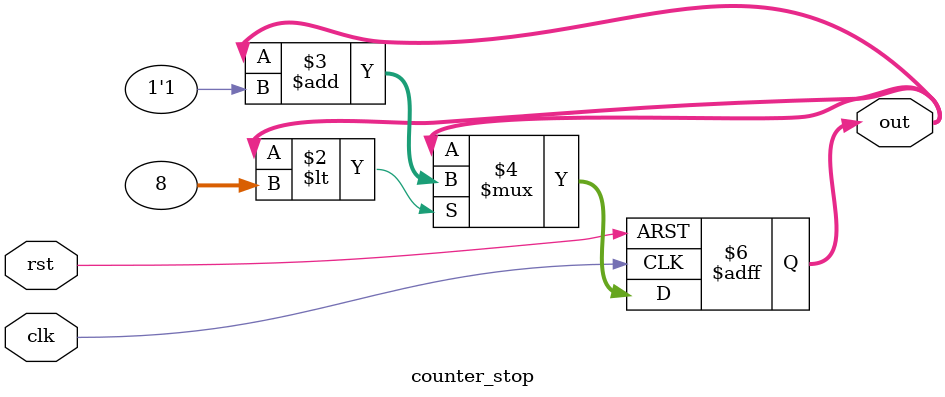
<source format=v>
module counter_stop #( parameter DATA_WIDTH = 10, 
                       parameter MAX_VAL    = 8 )
                     ( clk, rst, out );

    input wire clk, rst;
    output reg [ DATA_WIDTH - 1:0 ] out;

    always @( posedge clk or posedge rst ) begin
        if ( rst )
            out <= {DATA_WIDTH{1'b0}}; // reset to 0
        else if ( out < MAX_VAL )
            out <= out + 1'b1; // add 1
    end


endmodule
</source>
